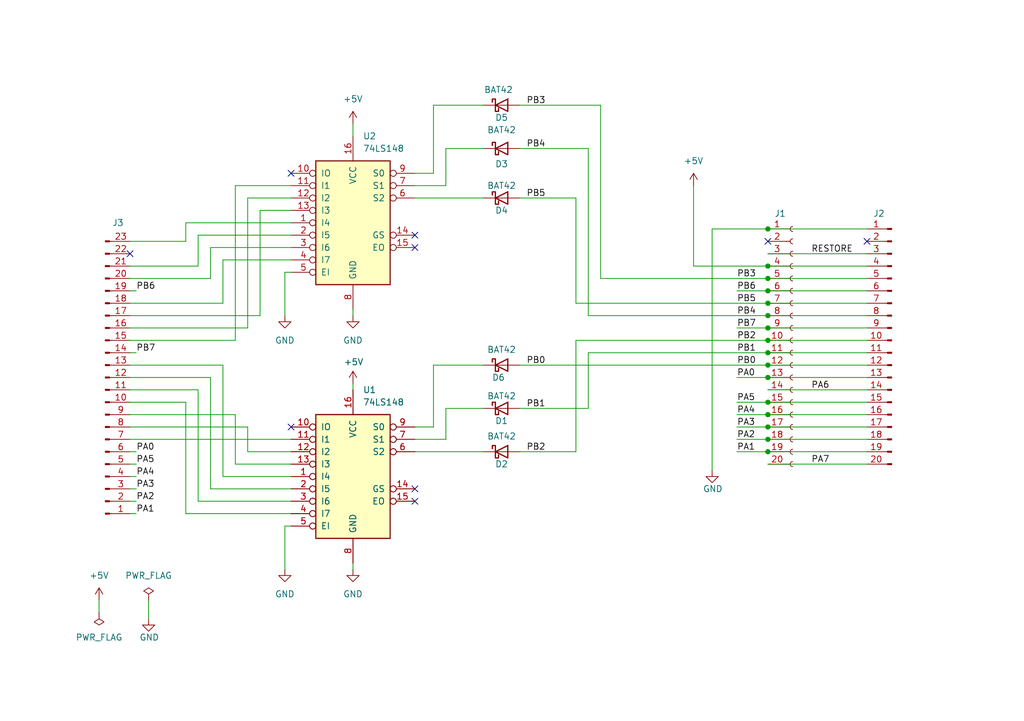
<source format=kicad_sch>
(kicad_sch (version 20230121) (generator eeschema)
  (paper "A5")
  (title_block (title "Tast32x2") (date "2022-04-10") (rev "V001") (comment 1 "reverse-engineered in 2022") (comment 2 "creativecommons.org/licenses/by-sa/4.0/") (comment 3 "License: CC BY-SA 4.0") (comment 4 "Author: InsaneDruid"))
  (lib_symbols
    (symbol "74xx:74LS148" (pin_names (offset 1.016))
      (property "Reference" "U" (at -7.62 13.97 0))
      (property "Value" "74LS148" (at -7.62 -13.97 0))
      (symbol "74LS148_1_0"
        (pin input inverted (at -12.7 0 0) (length 5.08) (name "I4") (number "1"))
        (pin input inverted (at -12.7 10.16 0) (length 5.08) (name "IO") (number "10"))
        (pin input inverted (at -12.7 7.62 0) (length 5.08) (name "I1") (number "11"))
        (pin input inverted (at -12.7 5.08 0) (length 5.08) (name "I2") (number "12"))
        (pin input inverted (at -12.7 2.54 0) (length 5.08) (name "I3") (number "13"))
        (pin output inverted (at 12.7 -2.54 180) (length 5.08) (name "GS") (number "14"))
        (pin output inverted (at 12.7 -5.08 180) (length 5.08) (name "EO") (number "15"))
        (pin power_in line (at 0 17.78 270) (length 5.08) (name "VCC") (number "16"))
        (pin input inverted (at -12.7 -2.54 0) (length 5.08) (name "I5") (number "2"))
        (pin input inverted (at -12.7 -5.08 0) (length 5.08) (name "I6") (number "3"))
        (pin input inverted (at -12.7 -7.62 0) (length 5.08) (name "I7") (number "4"))
        (pin input inverted (at -12.7 -10.16 0) (length 5.08) (name "EI") (number "5"))
        (pin output inverted (at 12.7 5.08 180) (length 5.08) (name "S2") (number "6"))
        (pin output inverted (at 12.7 7.62 180) (length 5.08) (name "S1") (number "7"))
        (pin power_in line (at 0 -17.78 90) (length 5.08) (name "GND") (number "8"))
        (pin output inverted (at 12.7 10.16 180) (length 5.08) (name "S0") (number "9"))
      )
      (symbol "74LS148_1_1"
        (rectangle (start -7.62 12.7) (end 7.62 -12.7) (stroke (width 0.254)) (fill (type background)))
      )
    )
    (symbol "Connector:Conn_01x20_Pin" (pin_names (offset 1.016) hide)
      (property "Reference" "J" (at 0 25.4 0))
      (property "Value" "Conn_01x20_Pin" (at 0 -27.94 0))
      (symbol "Conn_01x20_Pin_1_1"
        (polyline (pts (xy 1.27 -25.4) (xy 0.8636 -25.4)) (stroke (width 0.1524)))
        (polyline (pts (xy 1.27 -22.86) (xy 0.8636 -22.86)) (stroke (width 0.1524)))
        (polyline (pts (xy 1.27 -20.32) (xy 0.8636 -20.32)) (stroke (width 0.1524)))
        (polyline (pts (xy 1.27 -17.78) (xy 0.8636 -17.78)) (stroke (width 0.1524)))
        (polyline (pts (xy 1.27 -15.24) (xy 0.8636 -15.24)) (stroke (width 0.1524)))
        (polyline (pts (xy 1.27 -12.7) (xy 0.8636 -12.7)) (stroke (width 0.1524)))
        (polyline (pts (xy 1.27 -10.16) (xy 0.8636 -10.16)) (stroke (width 0.1524)))
        (polyline (pts (xy 1.27 -7.62) (xy 0.8636 -7.62)) (stroke (width 0.1524)))
        (polyline (pts (xy 1.27 -5.08) (xy 0.8636 -5.08)) (stroke (width 0.1524)))
        (polyline (pts (xy 1.27 -2.54) (xy 0.8636 -2.54)) (stroke (width 0.1524)))
        (polyline (pts (xy 1.27 0) (xy 0.8636 0)) (stroke (width 0.1524)))
        (polyline (pts (xy 1.27 2.54) (xy 0.8636 2.54)) (stroke (width 0.1524)))
        (polyline (pts (xy 1.27 5.08) (xy 0.8636 5.08)) (stroke (width 0.1524)))
        (polyline (pts (xy 1.27 7.62) (xy 0.8636 7.62)) (stroke (width 0.1524)))
        (polyline (pts (xy 1.27 10.16) (xy 0.8636 10.16)) (stroke (width 0.1524)))
        (polyline (pts (xy 1.27 12.7) (xy 0.8636 12.7)) (stroke (width 0.1524)))
        (polyline (pts (xy 1.27 15.24) (xy 0.8636 15.24)) (stroke (width 0.1524)))
        (polyline (pts (xy 1.27 17.78) (xy 0.8636 17.78)) (stroke (width 0.1524)))
        (polyline (pts (xy 1.27 20.32) (xy 0.8636 20.32)) (stroke (width 0.1524)))
        (polyline (pts (xy 1.27 22.86) (xy 0.8636 22.86)) (stroke (width 0.1524)))
        (rectangle (start 0.8636 -25.273) (end 0 -25.527) (stroke (width 0.1524)) (fill (type outline)))
        (rectangle (start 0.8636 -22.733) (end 0 -22.987) (stroke (width 0.1524)) (fill (type outline)))
        (rectangle (start 0.8636 -20.193) (end 0 -20.447) (stroke (width 0.1524)) (fill (type outline)))
        (rectangle (start 0.8636 -17.653) (end 0 -17.907) (stroke (width 0.1524)) (fill (type outline)))
        (rectangle (start 0.8636 -15.113) (end 0 -15.367) (stroke (width 0.1524)) (fill (type outline)))
        (rectangle (start 0.8636 -12.573) (end 0 -12.827) (stroke (width 0.1524)) (fill (type outline)))
        (rectangle (start 0.8636 -10.033) (end 0 -10.287) (stroke (width 0.1524)) (fill (type outline)))
        (rectangle (start 0.8636 -7.493) (end 0 -7.747) (stroke (width 0.1524)) (fill (type outline)))
        (rectangle (start 0.8636 -4.953) (end 0 -5.207) (stroke (width 0.1524)) (fill (type outline)))
        (rectangle (start 0.8636 -2.413) (end 0 -2.667) (stroke (width 0.1524)) (fill (type outline)))
        (rectangle (start 0.8636 0.127) (end 0 -0.127) (stroke (width 0.1524)) (fill (type outline)))
        (rectangle (start 0.8636 2.667) (end 0 2.413) (stroke (width 0.1524)) (fill (type outline)))
        (rectangle (start 0.8636 5.207) (end 0 4.953) (stroke (width 0.1524)) (fill (type outline)))
        (rectangle (start 0.8636 7.747) (end 0 7.493) (stroke (width 0.1524)) (fill (type outline)))
        (rectangle (start 0.8636 10.287) (end 0 10.033) (stroke (width 0.1524)) (fill (type outline)))
        (rectangle (start 0.8636 12.827) (end 0 12.573) (stroke (width 0.1524)) (fill (type outline)))
        (rectangle (start 0.8636 15.367) (end 0 15.113) (stroke (width 0.1524)) (fill (type outline)))
        (rectangle (start 0.8636 17.907) (end 0 17.653) (stroke (width 0.1524)) (fill (type outline)))
        (rectangle (start 0.8636 20.447) (end 0 20.193) (stroke (width 0.1524)) (fill (type outline)))
        (rectangle (start 0.8636 22.987) (end 0 22.733) (stroke (width 0.1524)) (fill (type outline)))
        (pin passive line (at 5.08 22.86 180) (length 3.81) (name "Pin_1") (number "1"))
        (pin passive line (at 5.08 0 180) (length 3.81) (name "Pin_10") (number "10"))
        (pin passive line (at 5.08 -2.54 180) (length 3.81) (name "Pin_11") (number "11"))
        (pin passive line (at 5.08 -5.08 180) (length 3.81) (name "Pin_12") (number "12"))
        (pin passive line (at 5.08 -7.62 180) (length 3.81) (name "Pin_13") (number "13"))
        (pin passive line (at 5.08 -10.16 180) (length 3.81) (name "Pin_14") (number "14"))
        (pin passive line (at 5.08 -12.7 180) (length 3.81) (name "Pin_15") (number "15"))
        (pin passive line (at 5.08 -15.24 180) (length 3.81) (name "Pin_16") (number "16"))
        (pin passive line (at 5.08 -17.78 180) (length 3.81) (name "Pin_17") (number "17"))
        (pin passive line (at 5.08 -20.32 180) (length 3.81) (name "Pin_18") (number "18"))
        (pin passive line (at 5.08 -22.86 180) (length 3.81) (name "Pin_19") (number "19"))
        (pin passive line (at 5.08 20.32 180) (length 3.81) (name "Pin_2") (number "2"))
        (pin passive line (at 5.08 -25.4 180) (length 3.81) (name "Pin_20") (number "20"))
        (pin passive line (at 5.08 17.78 180) (length 3.81) (name "Pin_3") (number "3"))
        (pin passive line (at 5.08 15.24 180) (length 3.81) (name "Pin_4") (number "4"))
        (pin passive line (at 5.08 12.7 180) (length 3.81) (name "Pin_5") (number "5"))
        (pin passive line (at 5.08 10.16 180) (length 3.81) (name "Pin_6") (number "6"))
        (pin passive line (at 5.08 7.62 180) (length 3.81) (name "Pin_7") (number "7"))
        (pin passive line (at 5.08 5.08 180) (length 3.81) (name "Pin_8") (number "8"))
        (pin passive line (at 5.08 2.54 180) (length 3.81) (name "Pin_9") (number "9"))
      )
    )
    (symbol "Connector:Conn_01x20_Socket" (pin_names (offset 1.016) hide)
      (property "Reference" "J" (at 0 25.4 0))
      (property "Value" "Conn_01x20_Socket" (at 0 -27.94 0))
      (symbol "Conn_01x20_Socket_1_1"
        (arc (start 0 -24.892) (mid -0.5058 -25.4) (end 0 -25.908) (stroke (width 0.1524)))
        (arc (start 0 -22.352) (mid -0.5058 -22.86) (end 0 -23.368) (stroke (width 0.1524)))
        (arc (start 0 -19.812) (mid -0.5058 -20.32) (end 0 -20.828) (stroke (width 0.1524)))
        (arc (start 0 -17.272) (mid -0.5058 -17.78) (end 0 -18.288) (stroke (width 0.1524)))
        (arc (start 0 -14.732) (mid -0.5058 -15.24) (end 0 -15.748) (stroke (width 0.1524)))
        (arc (start 0 -12.192) (mid -0.5058 -12.7) (end 0 -13.208) (stroke (width 0.1524)))
        (arc (start 0 -9.652) (mid -0.5058 -10.16) (end 0 -10.668) (stroke (width 0.1524)))
        (arc (start 0 -7.112) (mid -0.5058 -7.62) (end 0 -8.128) (stroke (width 0.1524)))
        (arc (start 0 -4.572) (mid -0.5058 -5.08) (end 0 -5.588) (stroke (width 0.1524)))
        (arc (start 0 -2.032) (mid -0.5058 -2.54) (end 0 -3.048) (stroke (width 0.1524)))
        (polyline (pts (xy -1.27 -25.4) (xy -0.508 -25.4)) (stroke (width 0.1524)))
        (polyline (pts (xy -1.27 -22.86) (xy -0.508 -22.86)) (stroke (width 0.1524)))
        (polyline (pts (xy -1.27 -20.32) (xy -0.508 -20.32)) (stroke (width 0.1524)))
        (polyline (pts (xy -1.27 -17.78) (xy -0.508 -17.78)) (stroke (width 0.1524)))
        (polyline (pts (xy -1.27 -15.24) (xy -0.508 -15.24)) (stroke (width 0.1524)))
        (polyline (pts (xy -1.27 -12.7) (xy -0.508 -12.7)) (stroke (width 0.1524)))
        (polyline (pts (xy -1.27 -10.16) (xy -0.508 -10.16)) (stroke (width 0.1524)))
        (polyline (pts (xy -1.27 -7.62) (xy -0.508 -7.62)) (stroke (width 0.1524)))
        (polyline (pts (xy -1.27 -5.08) (xy -0.508 -5.08)) (stroke (width 0.1524)))
        (polyline (pts (xy -1.27 -2.54) (xy -0.508 -2.54)) (stroke (width 0.1524)))
        (polyline (pts (xy -1.27 0) (xy -0.508 0)) (stroke (width 0.1524)))
        (polyline (pts (xy -1.27 2.54) (xy -0.508 2.54)) (stroke (width 0.1524)))
        (polyline (pts (xy -1.27 5.08) (xy -0.508 5.08)) (stroke (width 0.1524)))
        (polyline (pts (xy -1.27 7.62) (xy -0.508 7.62)) (stroke (width 0.1524)))
        (polyline (pts (xy -1.27 10.16) (xy -0.508 10.16)) (stroke (width 0.1524)))
        (polyline (pts (xy -1.27 12.7) (xy -0.508 12.7)) (stroke (width 0.1524)))
        (polyline (pts (xy -1.27 15.24) (xy -0.508 15.24)) (stroke (width 0.1524)))
        (polyline (pts (xy -1.27 17.78) (xy -0.508 17.78)) (stroke (width 0.1524)))
        (polyline (pts (xy -1.27 20.32) (xy -0.508 20.32)) (stroke (width 0.1524)))
        (polyline (pts (xy -1.27 22.86) (xy -0.508 22.86)) (stroke (width 0.1524)))
        (arc (start 0 0.508) (mid -0.5058 0) (end 0 -0.508) (stroke (width 0.1524)))
        (arc (start 0 3.048) (mid -0.5058 2.54) (end 0 2.032) (stroke (width 0.1524)))
        (arc (start 0 5.588) (mid -0.5058 5.08) (end 0 4.572) (stroke (width 0.1524)))
        (arc (start 0 8.128) (mid -0.5058 7.62) (end 0 7.112) (stroke (width 0.1524)))
        (arc (start 0 10.668) (mid -0.5058 10.16) (end 0 9.652) (stroke (width 0.1524)))
        (arc (start 0 13.208) (mid -0.5058 12.7) (end 0 12.192) (stroke (width 0.1524)))
        (arc (start 0 15.748) (mid -0.5058 15.24) (end 0 14.732) (stroke (width 0.1524)))
        (arc (start 0 18.288) (mid -0.5058 17.78) (end 0 17.272) (stroke (width 0.1524)))
        (arc (start 0 20.828) (mid -0.5058 20.32) (end 0 19.812) (stroke (width 0.1524)))
        (arc (start 0 23.368) (mid -0.5058 22.86) (end 0 22.352) (stroke (width 0.1524)))
        (pin passive line (at -5.08 22.86 0) (length 3.81) (name "Pin_1") (number "1"))
        (pin passive line (at -5.08 0 0) (length 3.81) (name "Pin_10") (number "10"))
        (pin passive line (at -5.08 -2.54 0) (length 3.81) (name "Pin_11") (number "11"))
        (pin passive line (at -5.08 -5.08 0) (length 3.81) (name "Pin_12") (number "12"))
        (pin passive line (at -5.08 -7.62 0) (length 3.81) (name "Pin_13") (number "13"))
        (pin passive line (at -5.08 -10.16 0) (length 3.81) (name "Pin_14") (number "14"))
        (pin passive line (at -5.08 -12.7 0) (length 3.81) (name "Pin_15") (number "15"))
        (pin passive line (at -5.08 -15.24 0) (length 3.81) (name "Pin_16") (number "16"))
        (pin passive line (at -5.08 -17.78 0) (length 3.81) (name "Pin_17") (number "17"))
        (pin passive line (at -5.08 -20.32 0) (length 3.81) (name "Pin_18") (number "18"))
        (pin passive line (at -5.08 -22.86 0) (length 3.81) (name "Pin_19") (number "19"))
        (pin passive line (at -5.08 20.32 0) (length 3.81) (name "Pin_2") (number "2"))
        (pin passive line (at -5.08 -25.4 0) (length 3.81) (name "Pin_20") (number "20"))
        (pin passive line (at -5.08 17.78 0) (length 3.81) (name "Pin_3") (number "3"))
        (pin passive line (at -5.08 15.24 0) (length 3.81) (name "Pin_4") (number "4"))
        (pin passive line (at -5.08 12.7 0) (length 3.81) (name "Pin_5") (number "5"))
        (pin passive line (at -5.08 10.16 0) (length 3.81) (name "Pin_6") (number "6"))
        (pin passive line (at -5.08 7.62 0) (length 3.81) (name "Pin_7") (number "7"))
        (pin passive line (at -5.08 5.08 0) (length 3.81) (name "Pin_8") (number "8"))
        (pin passive line (at -5.08 2.54 0) (length 3.81) (name "Pin_9") (number "9"))
      )
    )
    (symbol "Connector:Conn_01x23_Pin" (pin_names (offset 1.016) hide)
      (property "Reference" "J" (at 0 30.48 0))
      (property "Value" "Conn_01x23_Pin" (at 0 -30.48 0))
      (symbol "Conn_01x23_Pin_1_1"
        (polyline (pts (xy 1.27 -27.94) (xy 0.8636 -27.94)) (stroke (width 0.1524)))
        (polyline (pts (xy 1.27 -25.4) (xy 0.8636 -25.4)) (stroke (width 0.1524)))
        (polyline (pts (xy 1.27 -22.86) (xy 0.8636 -22.86)) (stroke (width 0.1524)))
        (polyline (pts (xy 1.27 -20.32) (xy 0.8636 -20.32)) (stroke (width 0.1524)))
        (polyline (pts (xy 1.27 -17.78) (xy 0.8636 -17.78)) (stroke (width 0.1524)))
        (polyline (pts (xy 1.27 -15.24) (xy 0.8636 -15.24)) (stroke (width 0.1524)))
        (polyline (pts (xy 1.27 -12.7) (xy 0.8636 -12.7)) (stroke (width 0.1524)))
        (polyline (pts (xy 1.27 -10.16) (xy 0.8636 -10.16)) (stroke (width 0.1524)))
        (polyline (pts (xy 1.27 -7.62) (xy 0.8636 -7.62)) (stroke (width 0.1524)))
        (polyline (pts (xy 1.27 -5.08) (xy 0.8636 -5.08)) (stroke (width 0.1524)))
        (polyline (pts (xy 1.27 -2.54) (xy 0.8636 -2.54)) (stroke (width 0.1524)))
        (polyline (pts (xy 1.27 0) (xy 0.8636 0)) (stroke (width 0.1524)))
        (polyline (pts (xy 1.27 2.54) (xy 0.8636 2.54)) (stroke (width 0.1524)))
        (polyline (pts (xy 1.27 5.08) (xy 0.8636 5.08)) (stroke (width 0.1524)))
        (polyline (pts (xy 1.27 7.62) (xy 0.8636 7.62)) (stroke (width 0.1524)))
        (polyline (pts (xy 1.27 10.16) (xy 0.8636 10.16)) (stroke (width 0.1524)))
        (polyline (pts (xy 1.27 12.7) (xy 0.8636 12.7)) (stroke (width 0.1524)))
        (polyline (pts (xy 1.27 15.24) (xy 0.8636 15.24)) (stroke (width 0.1524)))
        (polyline (pts (xy 1.27 17.78) (xy 0.8636 17.78)) (stroke (width 0.1524)))
        (polyline (pts (xy 1.27 20.32) (xy 0.8636 20.32)) (stroke (width 0.1524)))
        (polyline (pts (xy 1.27 22.86) (xy 0.8636 22.86)) (stroke (width 0.1524)))
        (polyline (pts (xy 1.27 25.4) (xy 0.8636 25.4)) (stroke (width 0.1524)))
        (polyline (pts (xy 1.27 27.94) (xy 0.8636 27.94)) (stroke (width 0.1524)))
        (rectangle (start 0.8636 -27.813) (end 0 -28.067) (stroke (width 0.1524)) (fill (type outline)))
        (rectangle (start 0.8636 -25.273) (end 0 -25.527) (stroke (width 0.1524)) (fill (type outline)))
        (rectangle (start 0.8636 -22.733) (end 0 -22.987) (stroke (width 0.1524)) (fill (type outline)))
        (rectangle (start 0.8636 -20.193) (end 0 -20.447) (stroke (width 0.1524)) (fill (type outline)))
        (rectangle (start 0.8636 -17.653) (end 0 -17.907) (stroke (width 0.1524)) (fill (type outline)))
        (rectangle (start 0.8636 -15.113) (end 0 -15.367) (stroke (width 0.1524)) (fill (type outline)))
        (rectangle (start 0.8636 -12.573) (end 0 -12.827) (stroke (width 0.1524)) (fill (type outline)))
        (rectangle (start 0.8636 -10.033) (end 0 -10.287) (stroke (width 0.1524)) (fill (type outline)))
        (rectangle (start 0.8636 -7.493) (end 0 -7.747) (stroke (width 0.1524)) (fill (type outline)))
        (rectangle (start 0.8636 -4.953) (end 0 -5.207) (stroke (width 0.1524)) (fill (type outline)))
        (rectangle (start 0.8636 -2.413) (end 0 -2.667) (stroke (width 0.1524)) (fill (type outline)))
        (rectangle (start 0.8636 0.127) (end 0 -0.127) (stroke (width 0.1524)) (fill (type outline)))
        (rectangle (start 0.8636 2.667) (end 0 2.413) (stroke (width 0.1524)) (fill (type outline)))
        (rectangle (start 0.8636 5.207) (end 0 4.953) (stroke (width 0.1524)) (fill (type outline)))
        (rectangle (start 0.8636 7.747) (end 0 7.493) (stroke (width 0.1524)) (fill (type outline)))
        (rectangle (start 0.8636 10.287) (end 0 10.033) (stroke (width 0.1524)) (fill (type outline)))
        (rectangle (start 0.8636 12.827) (end 0 12.573) (stroke (width 0.1524)) (fill (type outline)))
        (rectangle (start 0.8636 15.367) (end 0 15.113) (stroke (width 0.1524)) (fill (type outline)))
        (rectangle (start 0.8636 17.907) (end 0 17.653) (stroke (width 0.1524)) (fill (type outline)))
        (rectangle (start 0.8636 20.447) (end 0 20.193) (stroke (width 0.1524)) (fill (type outline)))
        (rectangle (start 0.8636 22.987) (end 0 22.733) (stroke (width 0.1524)) (fill (type outline)))
        (rectangle (start 0.8636 25.527) (end 0 25.273) (stroke (width 0.1524)) (fill (type outline)))
        (rectangle (start 0.8636 28.067) (end 0 27.813) (stroke (width 0.1524)) (fill (type outline)))
        (pin passive line (at 5.08 27.94 180) (length 3.81) (name "Pin_1") (number "1"))
        (pin passive line (at 5.08 5.08 180) (length 3.81) (name "Pin_10") (number "10"))
        (pin passive line (at 5.08 2.54 180) (length 3.81) (name "Pin_11") (number "11"))
        (pin passive line (at 5.08 0 180) (length 3.81) (name "Pin_12") (number "12"))
        (pin passive line (at 5.08 -2.54 180) (length 3.81) (name "Pin_13") (number "13"))
        (pin passive line (at 5.08 -5.08 180) (length 3.81) (name "Pin_14") (number "14"))
        (pin passive line (at 5.08 -7.62 180) (length 3.81) (name "Pin_15") (number "15"))
        (pin passive line (at 5.08 -10.16 180) (length 3.81) (name "Pin_16") (number "16"))
        (pin passive line (at 5.08 -12.7 180) (length 3.81) (name "Pin_17") (number "17"))
        (pin passive line (at 5.08 -15.24 180) (length 3.81) (name "Pin_18") (number "18"))
        (pin passive line (at 5.08 -17.78 180) (length 3.81) (name "Pin_19") (number "19"))
        (pin passive line (at 5.08 25.4 180) (length 3.81) (name "Pin_2") (number "2"))
        (pin passive line (at 5.08 -20.32 180) (length 3.81) (name "Pin_20") (number "20"))
        (pin passive line (at 5.08 -22.86 180) (length 3.81) (name "Pin_21") (number "21"))
        (pin passive line (at 5.08 -25.4 180) (length 3.81) (name "Pin_22") (number "22"))
        (pin passive line (at 5.08 -27.94 180) (length 3.81) (name "Pin_23") (number "23"))
        (pin passive line (at 5.08 22.86 180) (length 3.81) (name "Pin_3") (number "3"))
        (pin passive line (at 5.08 20.32 180) (length 3.81) (name "Pin_4") (number "4"))
        (pin passive line (at 5.08 17.78 180) (length 3.81) (name "Pin_5") (number "5"))
        (pin passive line (at 5.08 15.24 180) (length 3.81) (name "Pin_6") (number "6"))
        (pin passive line (at 5.08 12.7 180) (length 3.81) (name "Pin_7") (number "7"))
        (pin passive line (at 5.08 10.16 180) (length 3.81) (name "Pin_8") (number "8"))
        (pin passive line (at 5.08 7.62 180) (length 3.81) (name "Pin_9") (number "9"))
      )
    )
    (symbol "Diode:BAT42" (pin_numbers hide) (pin_names (offset 1.016) hide)
      (property "Reference" "D" (at 0 2.54 0))
      (property "Value" "BAT42" (at 0 -2.54 0))
      (symbol "BAT42_0_1"
        (polyline (pts (xy 1.27 0) (xy -1.27 0)))
        (polyline (pts (xy 1.27 1.27) (xy 1.27 -1.27) (xy -1.27 0) (xy 1.27 1.27)) (stroke (width 0.254)))
        (polyline (pts (xy -1.905 0.635) (xy -1.905 1.27) (xy -1.27 1.27) (xy -1.27 -1.27) (xy -0.635 -1.27) (xy -0.635 -0.635)) (stroke (width 0.254)))
      )
      (symbol "BAT42_1_1"
        (pin passive line (at -3.81 0 0) (length 2.54) (name "K") (number "1"))
        (pin passive line (at 3.81 0 180) (length 2.54) (name "A") (number "2"))
      )
    )
    (symbol "power:+5V" (power) (pin_names (offset 0))
      (property "Value" "+5V" (at 0 3.556 0))
      (symbol "+5V_0_1"
        (polyline (pts (xy -0.762 1.27) (xy 0 2.54)))
        (polyline (pts (xy 0 0) (xy 0 2.54)))
        (polyline (pts (xy 0 2.54) (xy 0.762 1.27)))
      )
      (symbol "+5V_1_1"
        (pin power_in line (at 0 0 90) (length 0) hide (name "+5V") (number "1"))
      )
    )
    (symbol "power:GND" (power) (pin_names (offset 0))
      (property "Value" "GND" (at 0 -3.81 0))
      (symbol "GND_0_1"
        (polyline (pts (xy 0 0) (xy 0 -1.27) (xy 1.27 -1.27) (xy 0 -2.54) (xy -1.27 -1.27) (xy 0 -1.27)))
      )
      (symbol "GND_1_1"
        (pin power_in line (at 0 0 270) (length 0) hide (name "GND") (number "1"))
      )
    )
    (symbol "power:PWR_FLAG" (power) (pin_numbers hide) (pin_names (offset 0) hide)
      (property "Value" "PWR_FLAG" (at 0 3.81 0))
      (symbol "PWR_FLAG_0_0"
        (pin power_out line (at 0 0 90) (length 0) (name "pwr") (number "1"))
      )
      (symbol "PWR_FLAG_0_1"
        (polyline (pts (xy 0 0) (xy 0 1.27) (xy -1.016 1.905) (xy 0 2.54) (xy 1.016 1.905) (xy 0 1.27)))
      )
    )
  )
  (junction (at 157.48 87.63))
  (junction (at 157.48 62.23))
  (junction (at 157.48 85.09))
  (junction (at 157.48 57.15))
  (junction (at 157.48 92.71))
  (junction (at 157.48 46.99))
  (junction (at 157.48 64.77))
  (junction (at 157.48 72.39))
  (junction (at 157.48 77.47))
  (junction (at 157.48 82.55))
  (junction (at 157.48 67.31))
  (junction (at 157.48 59.69))
  (junction (at 157.48 69.85))
  (junction (at 157.48 54.61))
  (junction (at 157.48 74.93))
  (junction (at 157.48 90.17))
  (no_connect (at 157.48 49.53))
  (no_connect (at 26.67 52.07))
  (no_connect (at 85.09 102.87))
  (no_connect (at 85.09 100.33))
  (no_connect (at 85.09 50.8))
  (no_connect (at 85.09 48.26))
  (no_connect (at 177.8 49.53))
  (no_connect (at 59.69 87.63))
  (no_connect (at 59.69 35.56))
  (wire (pts (xy 106.68 83.82) (xy 120.65 83.82)))
  (wire (pts (xy 85.09 35.56) (xy 88.9 35.56)))
  (wire (pts (xy 26.67 87.63) (xy 50.8 87.63)))
  (wire (pts (xy 88.9 87.63) (xy 85.09 87.63)))
  (wire (pts (xy 157.48 85.09) (xy 177.8 85.09)))
  (wire (pts (xy 59.69 48.26) (xy 40.64 48.26)))
  (wire (pts (xy 58.42 55.88) (xy 59.69 55.88)))
  (wire (pts (xy 88.9 21.59) (xy 99.06 21.59)))
  (wire (pts (xy 151.13 82.55) (xy 157.48 82.55)))
  (wire (pts (xy 157.48 74.93) (xy 177.8 74.93)))
  (wire (pts (xy 50.8 87.63) (xy 50.8 92.71)))
  (wire (pts (xy 26.67 59.69) (xy 27.94 59.69)))
  (wire (pts (xy 26.67 82.55) (xy 38.1 82.55)))
  (wire (pts (xy 118.11 40.64) (xy 118.11 62.23)))
  (wire (pts (xy 20.32 123.19) (xy 20.32 125.73)))
  (wire (pts (xy 58.42 107.95) (xy 59.69 107.95)))
  (wire (pts (xy 26.67 85.09) (xy 48.26 85.09)))
  (wire (pts (xy 151.13 77.47) (xy 157.48 77.47)))
  (wire (pts (xy 157.48 54.61) (xy 142.24 54.61)))
  (wire (pts (xy 26.67 105.41) (xy 27.94 105.41)))
  (wire (pts (xy 40.64 80.01) (xy 40.64 102.87)))
  (wire (pts (xy 45.72 97.79) (xy 59.69 97.79)))
  (wire (pts (xy 157.48 64.77) (xy 177.8 64.77)))
  (wire (pts (xy 26.67 95.25) (xy 27.94 95.25)))
  (wire (pts (xy 48.26 95.25) (xy 59.69 95.25)))
  (wire (pts (xy 26.67 72.39) (xy 27.94 72.39)))
  (wire (pts (xy 106.68 74.93) (xy 157.48 74.93)))
  (wire (pts (xy 58.42 107.95) (xy 58.42 116.84)))
  (wire (pts (xy 118.11 69.85) (xy 157.48 69.85)))
  (wire (pts (xy 157.48 52.07) (xy 177.8 52.07)))
  (wire (pts (xy 157.48 90.17) (xy 177.8 90.17)))
  (wire (pts (xy 157.48 62.23) (xy 177.8 62.23)))
  (wire (pts (xy 38.1 45.72) (xy 38.1 49.53)))
  (wire (pts (xy 118.11 92.71) (xy 118.11 69.85)))
  (wire (pts (xy 85.09 40.64) (xy 99.06 40.64)))
  (wire (pts (xy 72.39 115.57) (xy 72.39 116.84)))
  (wire (pts (xy 157.48 92.71) (xy 177.8 92.71)))
  (wire (pts (xy 38.1 49.53) (xy 26.67 49.53)))
  (wire (pts (xy 157.48 46.99) (xy 146.05 46.99)))
  (wire (pts (xy 85.09 38.1) (xy 91.44 38.1)))
  (wire (pts (xy 120.65 64.77) (xy 120.65 30.48)))
  (wire (pts (xy 123.19 57.15) (xy 157.48 57.15)))
  (wire (pts (xy 88.9 74.93) (xy 88.9 87.63)))
  (wire (pts (xy 157.48 54.61) (xy 177.8 54.61)))
  (wire (pts (xy 53.34 43.18) (xy 59.69 43.18)))
  (wire (pts (xy 26.67 102.87) (xy 27.94 102.87)))
  (wire (pts (xy 26.67 62.23) (xy 45.72 62.23)))
  (wire (pts (xy 43.18 50.8) (xy 43.18 57.15)))
  (wire (pts (xy 26.67 100.33) (xy 27.94 100.33)))
  (wire (pts (xy 45.72 53.34) (xy 59.69 53.34)))
  (wire (pts (xy 59.69 100.33) (xy 43.18 100.33)))
  (wire (pts (xy 26.67 74.93) (xy 45.72 74.93)))
  (wire (pts (xy 157.48 69.85) (xy 177.8 69.85)))
  (wire (pts (xy 157.48 67.31) (xy 177.8 67.31)))
  (wire (pts (xy 151.13 87.63) (xy 157.48 87.63)))
  (wire (pts (xy 88.9 74.93) (xy 99.06 74.93)))
  (wire (pts (xy 59.69 50.8) (xy 43.18 50.8)))
  (wire (pts (xy 151.13 92.71) (xy 157.48 92.71)))
  (wire (pts (xy 157.48 95.25) (xy 177.8 95.25)))
  (wire (pts (xy 106.68 21.59) (xy 123.19 21.59)))
  (wire (pts (xy 26.67 69.85) (xy 48.26 69.85)))
  (wire (pts (xy 26.67 92.71) (xy 27.94 92.71)))
  (wire (pts (xy 26.67 64.77) (xy 53.34 64.77)))
  (wire (pts (xy 91.44 38.1) (xy 91.44 30.48)))
  (wire (pts (xy 157.48 87.63) (xy 177.8 87.63)))
  (wire (pts (xy 48.26 69.85) (xy 48.26 38.1)))
  (wire (pts (xy 106.68 92.71) (xy 118.11 92.71)))
  (wire (pts (xy 106.68 40.64) (xy 118.11 40.64)))
  (wire (pts (xy 26.67 80.01) (xy 40.64 80.01)))
  (wire (pts (xy 91.44 83.82) (xy 99.06 83.82)))
  (wire (pts (xy 120.65 72.39) (xy 120.65 83.82)))
  (wire (pts (xy 58.42 55.88) (xy 58.42 64.77)))
  (wire (pts (xy 26.67 67.31) (xy 50.8 67.31)))
  (wire (pts (xy 142.24 38.1) (xy 142.24 54.61)))
  (wire (pts (xy 151.13 67.31) (xy 157.48 67.31)))
  (wire (pts (xy 43.18 57.15) (xy 26.67 57.15)))
  (wire (pts (xy 88.9 35.56) (xy 88.9 21.59)))
  (wire (pts (xy 50.8 40.64) (xy 59.69 40.64)))
  (wire (pts (xy 85.09 92.71) (xy 99.06 92.71)))
  (wire (pts (xy 40.64 102.87) (xy 59.69 102.87)))
  (wire (pts (xy 106.68 30.48) (xy 120.65 30.48)))
  (wire (pts (xy 120.65 72.39) (xy 157.48 72.39)))
  (wire (pts (xy 26.67 97.79) (xy 27.94 97.79)))
  (wire (pts (xy 43.18 100.33) (xy 43.18 77.47)))
  (wire (pts (xy 157.48 77.47) (xy 177.8 77.47)))
  (wire (pts (xy 151.13 90.17) (xy 157.48 90.17)))
  (wire (pts (xy 43.18 77.47) (xy 26.67 77.47)))
  (wire (pts (xy 157.48 46.99) (xy 177.8 46.99)))
  (wire (pts (xy 157.48 57.15) (xy 177.8 57.15)))
  (wire (pts (xy 151.13 59.69) (xy 157.48 59.69)))
  (wire (pts (xy 157.48 59.69) (xy 177.8 59.69)))
  (wire (pts (xy 85.09 90.17) (xy 91.44 90.17)))
  (wire (pts (xy 151.13 85.09) (xy 157.48 85.09)))
  (wire (pts (xy 48.26 38.1) (xy 59.69 38.1)))
  (wire (pts (xy 123.19 21.59) (xy 123.19 57.15)))
  (wire (pts (xy 91.44 90.17) (xy 91.44 83.82)))
  (wire (pts (xy 26.67 90.17) (xy 59.69 90.17)))
  (wire (pts (xy 118.11 62.23) (xy 157.48 62.23)))
  (wire (pts (xy 38.1 82.55) (xy 38.1 105.41)))
  (wire (pts (xy 72.39 25.4) (xy 72.39 27.94)))
  (wire (pts (xy 30.48 123.19) (xy 30.48 127)))
  (wire (pts (xy 45.72 74.93) (xy 45.72 97.79)))
  (wire (pts (xy 146.05 46.99) (xy 146.05 96.52)))
  (wire (pts (xy 157.48 80.01) (xy 177.8 80.01)))
  (wire (pts (xy 50.8 92.71) (xy 59.69 92.71)))
  (wire (pts (xy 50.8 67.31) (xy 50.8 40.64)))
  (wire (pts (xy 120.65 64.77) (xy 157.48 64.77)))
  (wire (pts (xy 40.64 48.26) (xy 40.64 54.61)))
  (wire (pts (xy 38.1 105.41) (xy 59.69 105.41)))
  (wire (pts (xy 48.26 85.09) (xy 48.26 95.25)))
  (wire (pts (xy 91.44 30.48) (xy 99.06 30.48)))
  (wire (pts (xy 72.39 78.74) (xy 72.39 80.01)))
  (wire (pts (xy 40.64 54.61) (xy 26.67 54.61)))
  (wire (pts (xy 72.39 63.5) (xy 72.39 64.77)))
  (wire (pts (xy 157.48 82.55) (xy 177.8 82.55)))
  (wire (pts (xy 53.34 64.77) (xy 53.34 43.18)))
  (wire (pts (xy 38.1 45.72) (xy 59.69 45.72)))
  (wire (pts (xy 45.72 62.23) (xy 45.72 53.34)))
  (wire (pts (xy 157.48 72.39) (xy 177.8 72.39)))
  (label "PA4" (at 151.13 85.09 0))
  (label "PB4" (at 151.13 64.77 0))
  (label "PA1" (at 27.94 105.41 0))
  (label "PB6" (at 151.13 59.69 0))
  (label "PA2" (at 27.94 102.87 0))
  (label "PA0" (at 27.94 92.71 0))
  (label "PB3" (at 151.13 57.15 0))
  (label "PA3" (at 151.13 87.63 0))
  (label "PB7" (at 151.13 67.31 0))
  (label "PB2" (at 151.13 69.85 0))
  (label "PA5" (at 151.13 82.55 0))
  (label "RESTORE" (at 166.37 52.07 0))
  (label "PA5" (at 27.94 95.25 0))
  (label "PA2" (at 151.13 90.17 0))
  (label "PB7" (at 27.94 72.39 0))
  (label "PB5" (at 107.95 40.64 0))
  (label "PA7" (at 166.37 95.25 0))
  (label "PB3" (at 107.95 21.59 0))
  (label "PA3" (at 27.94 100.33 0))
  (label "PB4" (at 107.95 30.48 0))
  (label "PB1" (at 151.13 72.39 0))
  (label "PB0" (at 151.13 74.93 0))
  (label "PA1" (at 151.13 92.71 0))
  (label "PA4" (at 27.94 97.79 0))
  (label "PB6" (at 27.94 59.69 0))
  (label "PB5" (at 151.13 62.23 0))
  (label "PB1" (at 107.95 83.82 0))
  (label "PB0" (at 107.95 74.93 0))
  (label "PA6" (at 166.37 80.01 0))
  (label "PA0" (at 151.13 77.47 0))
  (label "PB2" (at 107.95 92.71 0))
  (symbol (lib_id "74xx:74LS148") (at 72.39 45.72 0) (unit 1)
    (property "Reference" "U2" (at 74.4094 27.94 0) (effects (justify left)))
    (property "Value" "74LS148" (at 74.4094 30.48 0) (effects (justify left)))
    (property "Footprint" "Package_DIP:DIP-16_W7.62mm" (effects hide))
    (property "Datasheet" "http://www.ti.com/lit/gpn/sn74LS148" (effects hide))
  )
  (symbol (lib_id "Diode:BAT42") (at 102.87 92.71 0) (unit 1)
    (property "Reference" "D2" (at 102.87 95.25 0))
    (property "Value" "BAT42" (at 102.87 89.535 0))
    (property "Footprint" "Diode_THT:D_DO-35_SOD27_P7.62mm_Horizontal" (effects hide))
    (property "Datasheet" "http://www.vishay.com/docs/85660/bat42.pdf" (effects hide))
  )
  (symbol (lib_id "power:GND") (at 72.39 116.84 0) (unit 1)
    (property "Reference" "#PWR0110" (effects hide))
    (property "Value" "GND" (at 72.39 121.92 0))
  )
  (symbol (lib_id "power:+5V") (at 72.39 25.4 0) (unit 1)
    (property "Reference" "#PWR0108" (effects hide))
    (property "Value" "+5V" (at 72.39 20.32 0))
  )
  (symbol (lib_id "Diode:BAT42") (at 102.87 74.93 0) (unit 1)
    (property "Reference" "D6" (at 102.235 77.47 0))
    (property "Value" "BAT42" (at 102.87 71.755 0))
    (property "Footprint" "Diode_THT:D_DO-35_SOD27_P7.62mm_Horizontal" (effects hide))
    (property "Datasheet" "http://www.vishay.com/docs/85660/bat42.pdf" (effects hide))
  )
  (symbol (lib_id "Diode:BAT42") (at 102.87 21.59 0) (unit 1)
    (property "Reference" "D5" (at 102.87 24.13 0))
    (property "Value" "BAT42" (at 102.235 18.415 0))
    (property "Footprint" "Diode_THT:D_DO-35_SOD27_P7.62mm_Horizontal" (effects hide))
    (property "Datasheet" "http://www.vishay.com/docs/85660/bat42.pdf" (effects hide))
  )
  (symbol (lib_id "Connector:Conn_01x20_Pin") (at 182.88 69.85 0) (mirror y) (unit 1)
    (property "Reference" "J2" (at 179.07 43.815 0) (effects (justify right)))
    (property "Value" "Conn_01x20_Male" (effects hide))
    (property "Footprint" "tast32x2_lib_fp:PinHeader_1x20_P2.54mm_Vertical" (effects hide))
  )
  (symbol (lib_id "power:+5V") (at 72.39 78.74 0) (unit 1)
    (property "Reference" "#PWR0106" (effects hide))
    (property "Value" "+5V" (at 70.485 74.295 0) (effects (justify left)))
  )
  (symbol (lib_id "power:GND") (at 72.39 64.77 0) (unit 1)
    (property "Reference" "#PWR0107" (effects hide))
    (property "Value" "GND" (at 72.39 69.85 0))
  )
  (symbol (lib_id "power:+5V") (at 142.24 38.1 0) (unit 1)
    (property "Reference" "#PWR0104" (effects hide))
    (property "Value" "+5V" (at 142.24 33.02 0))
  )
  (symbol (lib_id "power:PWR_FLAG") (at 30.48 123.19 0) (unit 1)
    (property "Reference" "#FLG01" (effects hide))
    (property "Value" "PWR_FLAG" (at 30.48 118.11 0))
  )
  (symbol (lib_id "Diode:BAT42") (at 102.87 83.82 0) (unit 1)
    (property "Reference" "D1" (at 102.87 86.36 0))
    (property "Value" "BAT42" (at 102.87 81.28 0))
    (property "Footprint" "Diode_THT:D_DO-35_SOD27_P7.62mm_Horizontal" (effects hide))
    (property "Datasheet" "http://www.vishay.com/docs/85660/bat42.pdf" (effects hide))
  )
  (symbol (lib_id "power:PWR_FLAG") (at 20.32 125.73 180) (unit 1)
    (property "Reference" "#FLG02" (effects hide))
    (property "Value" "PWR_FLAG" (at 20.32 130.81 0))
  )
  (symbol (lib_id "power:+5V") (at 20.32 123.19 0) (unit 1)
    (property "Reference" "#PWR02" (effects hide))
    (property "Value" "+5V" (at 20.32 118.11 0))
  )
  (symbol (lib_id "Diode:BAT42") (at 102.87 40.64 0) (unit 1)
    (property "Reference" "D4" (at 102.87 43.18 0))
    (property "Value" "BAT42" (at 102.87 38.1 0))
    (property "Footprint" "Diode_THT:D_DO-35_SOD27_P7.62mm_Horizontal" (effects hide))
    (property "Datasheet" "http://www.vishay.com/docs/85660/bat42.pdf" (effects hide))
  )
  (symbol (lib_id "power:GND") (at 58.42 116.84 0) (unit 1)
    (property "Reference" "#PWR0109" (effects hide))
    (property "Value" "GND" (at 58.42 121.92 0))
  )
  (symbol (lib_id "Diode:BAT42") (at 102.87 30.48 0) (unit 1)
    (property "Reference" "D3" (at 102.87 33.655 0))
    (property "Value" "BAT42" (at 102.87 26.67 0))
    (property "Footprint" "Diode_THT:D_DO-35_SOD27_P7.62mm_Horizontal" (effects hide))
    (property "Datasheet" "http://www.vishay.com/docs/85660/bat42.pdf" (effects hide))
  )
  (symbol (lib_id "power:GND") (at 146.05 96.52 0) (unit 1)
    (property "Reference" "#PWR0105" (effects hide))
    (property "Value" "GND" (at 144.145 100.33 0) (effects (justify left)))
  )
  (symbol (lib_id "74xx:74LS148") (at 72.39 97.79 0) (unit 1)
    (property "Reference" "U1" (at 74.4094 80.01 0) (effects (justify left)))
    (property "Value" "74LS148" (at 74.4094 82.55 0) (effects (justify left)))
    (property "Footprint" "Package_DIP:DIP-16_W7.62mm" (effects hide))
    (property "Datasheet" "http://www.ti.com/lit/gpn/sn74LS148" (effects hide))
  )
  (symbol (lib_id "power:GND") (at 58.42 64.77 0) (unit 1)
    (property "Reference" "#PWR0103" (effects hide))
    (property "Value" "GND" (at 58.42 69.85 0))
  )
  (symbol (lib_id "power:GND") (at 30.48 127 0) (unit 1)
    (property "Reference" "#PWR01" (effects hide))
    (property "Value" "GND" (at 28.575 130.81 0) (effects (justify left)))
  )
  (symbol (lib_id "Connector:Conn_01x20_Socket") (at 162.56 69.85 0) (unit 1)
    (property "Reference" "J1" (at 160.02 43.815 0))
    (property "Value" "Conn_01x20_Female" (effects hide))
    (property "Footprint" "Connector_PinSocket_2.54mm:PinSocket_1x20_P2.54mm_Vertical" (effects hide))
  )
  (symbol (lib_id "Connector:Conn_01x23_Pin") (at 21.59 77.47 0) (mirror x) (unit 1)
    (property "Reference" "J3" (at 25.4 45.72 0) (effects (justify right)))
    (property "Value" "Conn_01x23_Male" (effects hide))
    (property "Footprint" "tast32x2_lib_fp:PinHeader_1x23_P2.54mm_Vertical" (effects hide))
  )
)
</source>
